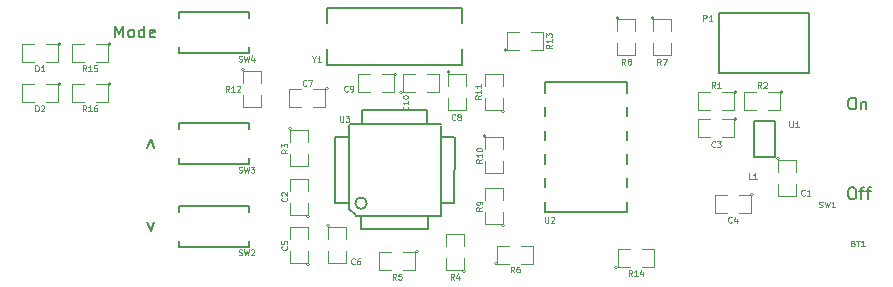
<source format=gto>
G04 (created by PCBNEW (2013-07-07 BZR 4022)-stable) date 2014-02-07 12:39:16 PM*
%MOIN*%
G04 Gerber Fmt 3.4, Leading zero omitted, Abs format*
%FSLAX34Y34*%
G01*
G70*
G90*
G04 APERTURE LIST*
%ADD10C,0.00590551*%
%ADD11C,0.00492126*%
%ADD12C,0.006*%
%ADD13C,0.0039*%
%ADD14C,0.008*%
%ADD15C,0.005*%
%ADD16C,0.0043*%
G04 APERTURE END LIST*
G54D10*
G54D11*
X57916Y-29307D02*
X57944Y-29316D01*
X57953Y-29326D01*
X57963Y-29344D01*
X57963Y-29372D01*
X57953Y-29391D01*
X57944Y-29401D01*
X57925Y-29410D01*
X57850Y-29410D01*
X57850Y-29213D01*
X57916Y-29213D01*
X57934Y-29222D01*
X57944Y-29232D01*
X57953Y-29251D01*
X57953Y-29269D01*
X57944Y-29288D01*
X57934Y-29297D01*
X57916Y-29307D01*
X57850Y-29307D01*
X58019Y-29213D02*
X58131Y-29213D01*
X58075Y-29410D02*
X58075Y-29213D01*
X58300Y-29410D02*
X58188Y-29410D01*
X58244Y-29410D02*
X58244Y-29213D01*
X58225Y-29241D01*
X58206Y-29260D01*
X58188Y-29269D01*
G54D10*
X57847Y-27442D02*
X57922Y-27442D01*
X57960Y-27461D01*
X57997Y-27499D01*
X58016Y-27574D01*
X58016Y-27705D01*
X57997Y-27780D01*
X57960Y-27817D01*
X57922Y-27836D01*
X57847Y-27836D01*
X57810Y-27817D01*
X57772Y-27780D01*
X57754Y-27705D01*
X57754Y-27574D01*
X57772Y-27499D01*
X57810Y-27461D01*
X57847Y-27442D01*
X58128Y-27574D02*
X58278Y-27574D01*
X58185Y-27836D02*
X58185Y-27499D01*
X58203Y-27461D01*
X58241Y-27442D01*
X58278Y-27442D01*
X58353Y-27574D02*
X58503Y-27574D01*
X58410Y-27836D02*
X58410Y-27499D01*
X58428Y-27461D01*
X58466Y-27442D01*
X58503Y-27442D01*
X57855Y-24450D02*
X57930Y-24450D01*
X57967Y-24469D01*
X58005Y-24506D01*
X58023Y-24581D01*
X58023Y-24713D01*
X58005Y-24788D01*
X57967Y-24825D01*
X57930Y-24844D01*
X57855Y-24844D01*
X57817Y-24825D01*
X57780Y-24788D01*
X57761Y-24713D01*
X57761Y-24581D01*
X57780Y-24506D01*
X57817Y-24469D01*
X57855Y-24450D01*
X58192Y-24581D02*
X58192Y-24844D01*
X58192Y-24619D02*
X58211Y-24600D01*
X58248Y-24581D01*
X58305Y-24581D01*
X58342Y-24600D01*
X58361Y-24638D01*
X58361Y-24844D01*
G54D12*
X43727Y-24870D02*
X43727Y-25320D01*
X41547Y-24870D02*
X41547Y-25310D01*
X43727Y-24870D02*
X41547Y-24870D01*
X44197Y-25750D02*
X44627Y-25750D01*
X44207Y-27960D02*
X44627Y-27960D01*
X44627Y-27970D02*
X44637Y-25750D01*
X40657Y-27950D02*
X40647Y-25780D01*
X41347Y-28380D02*
X44177Y-28380D01*
X40657Y-25770D02*
X41067Y-25770D01*
X41107Y-28130D02*
X41107Y-25350D01*
X44187Y-25330D02*
X41147Y-25330D01*
X44187Y-28380D02*
X44187Y-25380D01*
X41517Y-28830D02*
X43737Y-28830D01*
X43737Y-28830D02*
X43737Y-28380D01*
X41337Y-28376D02*
X41107Y-28146D01*
X41517Y-28828D02*
X41517Y-28376D01*
X41107Y-27950D02*
X40655Y-27950D01*
X41700Y-27968D02*
G75*
G03X41700Y-27968I-188J0D01*
G74*
G01*
G54D13*
X39798Y-28405D02*
G75*
G03X39798Y-28405I-50J0D01*
G74*
G01*
X39748Y-27955D02*
X39748Y-28355D01*
X39748Y-28355D02*
X39148Y-28355D01*
X39148Y-28355D02*
X39148Y-27955D01*
X39148Y-27555D02*
X39148Y-27155D01*
X39148Y-27155D02*
X39748Y-27155D01*
X39748Y-27155D02*
X39748Y-27555D01*
X33180Y-23995D02*
G75*
G03X33180Y-23995I-50J0D01*
G74*
G01*
X32680Y-23995D02*
X33080Y-23995D01*
X33080Y-23995D02*
X33080Y-24595D01*
X33080Y-24595D02*
X32680Y-24595D01*
X32280Y-24595D02*
X31880Y-24595D01*
X31880Y-24595D02*
X31880Y-23995D01*
X31880Y-23995D02*
X32280Y-23995D01*
X31507Y-22656D02*
G75*
G03X31507Y-22656I-50J0D01*
G74*
G01*
X31007Y-22656D02*
X31407Y-22656D01*
X31407Y-22656D02*
X31407Y-23256D01*
X31407Y-23256D02*
X31007Y-23256D01*
X30607Y-23256D02*
X30207Y-23256D01*
X30207Y-23256D02*
X30207Y-22656D01*
X30207Y-22656D02*
X30607Y-22656D01*
X31507Y-23995D02*
G75*
G03X31507Y-23995I-50J0D01*
G74*
G01*
X31007Y-23995D02*
X31407Y-23995D01*
X31407Y-23995D02*
X31407Y-24595D01*
X31407Y-24595D02*
X31007Y-24595D01*
X30607Y-24595D02*
X30207Y-24595D01*
X30207Y-24595D02*
X30207Y-23995D01*
X30207Y-23995D02*
X30607Y-23995D01*
X44995Y-30256D02*
G75*
G03X44995Y-30256I-50J0D01*
G74*
G01*
X44945Y-29806D02*
X44945Y-30206D01*
X44945Y-30206D02*
X44345Y-30206D01*
X44345Y-30206D02*
X44345Y-29806D01*
X44345Y-29406D02*
X44345Y-29006D01*
X44345Y-29006D02*
X44945Y-29006D01*
X44945Y-29006D02*
X44945Y-29406D01*
X54046Y-24266D02*
G75*
G03X54046Y-24266I-50J0D01*
G74*
G01*
X53546Y-24266D02*
X53946Y-24266D01*
X53946Y-24266D02*
X53946Y-24866D01*
X53946Y-24866D02*
X53546Y-24866D01*
X53146Y-24866D02*
X52746Y-24866D01*
X52746Y-24866D02*
X52746Y-24266D01*
X52746Y-24266D02*
X53146Y-24266D01*
X55581Y-24266D02*
G75*
G03X55581Y-24266I-50J0D01*
G74*
G01*
X55081Y-24266D02*
X55481Y-24266D01*
X55481Y-24266D02*
X55481Y-24866D01*
X55481Y-24866D02*
X55081Y-24866D01*
X54681Y-24866D02*
X54281Y-24866D01*
X54281Y-24866D02*
X54281Y-24266D01*
X54281Y-24266D02*
X54681Y-24266D01*
X54046Y-25172D02*
G75*
G03X54046Y-25172I-50J0D01*
G74*
G01*
X53546Y-25172D02*
X53946Y-25172D01*
X53946Y-25172D02*
X53946Y-25772D01*
X53946Y-25772D02*
X53546Y-25772D01*
X53146Y-25772D02*
X52746Y-25772D01*
X52746Y-25772D02*
X52746Y-25172D01*
X52746Y-25172D02*
X53146Y-25172D01*
X54597Y-27692D02*
G75*
G03X54597Y-27692I-50J0D01*
G74*
G01*
X54097Y-27692D02*
X54497Y-27692D01*
X54497Y-27692D02*
X54497Y-28292D01*
X54497Y-28292D02*
X54097Y-28292D01*
X53697Y-28292D02*
X53297Y-28292D01*
X53297Y-28292D02*
X53297Y-27692D01*
X53297Y-27692D02*
X53697Y-27692D01*
X50069Y-30103D02*
G75*
G03X50069Y-30103I-50J0D01*
G74*
G01*
X50469Y-30103D02*
X50069Y-30103D01*
X50069Y-30103D02*
X50069Y-29503D01*
X50069Y-29503D02*
X50469Y-29503D01*
X50869Y-29503D02*
X51269Y-29503D01*
X51269Y-29503D02*
X51269Y-30103D01*
X51269Y-30103D02*
X50869Y-30103D01*
X39798Y-30020D02*
G75*
G03X39798Y-30020I-50J0D01*
G74*
G01*
X39748Y-29570D02*
X39748Y-29970D01*
X39748Y-29970D02*
X39148Y-29970D01*
X39148Y-29970D02*
X39148Y-29570D01*
X39148Y-29170D02*
X39148Y-28770D01*
X39148Y-28770D02*
X39748Y-28770D01*
X39748Y-28770D02*
X39748Y-29170D01*
X39198Y-25491D02*
G75*
G03X39198Y-25491I-50J0D01*
G74*
G01*
X39148Y-25941D02*
X39148Y-25541D01*
X39148Y-25541D02*
X39748Y-25541D01*
X39748Y-25541D02*
X39748Y-25941D01*
X39748Y-26341D02*
X39748Y-26741D01*
X39748Y-26741D02*
X39148Y-26741D01*
X39148Y-26741D02*
X39148Y-26341D01*
X43416Y-29581D02*
G75*
G03X43416Y-29581I-50J0D01*
G74*
G01*
X42916Y-29581D02*
X43316Y-29581D01*
X43316Y-29581D02*
X43316Y-30181D01*
X43316Y-30181D02*
X42916Y-30181D01*
X42516Y-30181D02*
X42116Y-30181D01*
X42116Y-30181D02*
X42116Y-29581D01*
X42116Y-29581D02*
X42516Y-29581D01*
X40424Y-24148D02*
G75*
G03X40424Y-24148I-50J0D01*
G74*
G01*
X39924Y-24148D02*
X40324Y-24148D01*
X40324Y-24148D02*
X40324Y-24748D01*
X40324Y-24748D02*
X39924Y-24748D01*
X39524Y-24748D02*
X39124Y-24748D01*
X39124Y-24748D02*
X39124Y-24148D01*
X39124Y-24148D02*
X39524Y-24148D01*
X37624Y-23523D02*
G75*
G03X37624Y-23523I-50J0D01*
G74*
G01*
X37574Y-23973D02*
X37574Y-23573D01*
X37574Y-23573D02*
X38174Y-23573D01*
X38174Y-23573D02*
X38174Y-23973D01*
X38174Y-24373D02*
X38174Y-24773D01*
X38174Y-24773D02*
X37574Y-24773D01*
X37574Y-24773D02*
X37574Y-24373D01*
X33180Y-22656D02*
G75*
G03X33180Y-22656I-50J0D01*
G74*
G01*
X32680Y-22656D02*
X33080Y-22656D01*
X33080Y-22656D02*
X33080Y-23256D01*
X33080Y-23256D02*
X32680Y-23256D01*
X32280Y-23256D02*
X31880Y-23256D01*
X31880Y-23256D02*
X31880Y-22656D01*
X31880Y-22656D02*
X32280Y-22656D01*
X42707Y-23676D02*
G75*
G03X42707Y-23676I-50J0D01*
G74*
G01*
X42207Y-23676D02*
X42607Y-23676D01*
X42607Y-23676D02*
X42607Y-24276D01*
X42607Y-24276D02*
X42207Y-24276D01*
X41807Y-24276D02*
X41407Y-24276D01*
X41407Y-24276D02*
X41407Y-23676D01*
X41407Y-23676D02*
X41807Y-23676D01*
X42903Y-24276D02*
G75*
G03X42903Y-24276I-50J0D01*
G74*
G01*
X43303Y-24276D02*
X42903Y-24276D01*
X42903Y-24276D02*
X42903Y-23676D01*
X42903Y-23676D02*
X43303Y-23676D01*
X43703Y-23676D02*
X44103Y-23676D01*
X44103Y-23676D02*
X44103Y-24276D01*
X44103Y-24276D02*
X43703Y-24276D01*
X55458Y-26475D02*
G75*
G03X55458Y-26475I-50J0D01*
G74*
G01*
X55408Y-26925D02*
X55408Y-26525D01*
X55408Y-26525D02*
X56008Y-26525D01*
X56008Y-26525D02*
X56008Y-26925D01*
X56008Y-27325D02*
X56008Y-27725D01*
X56008Y-27725D02*
X55408Y-27725D01*
X55408Y-27725D02*
X55408Y-27325D01*
X44474Y-23601D02*
G75*
G03X44474Y-23601I-50J0D01*
G74*
G01*
X44424Y-24051D02*
X44424Y-23651D01*
X44424Y-23651D02*
X45024Y-23651D01*
X45024Y-23651D02*
X45024Y-24051D01*
X45024Y-24451D02*
X45024Y-24851D01*
X45024Y-24851D02*
X44424Y-24851D01*
X44424Y-24851D02*
X44424Y-24451D01*
X46053Y-29985D02*
G75*
G03X46053Y-29985I-50J0D01*
G74*
G01*
X46453Y-29985D02*
X46053Y-29985D01*
X46053Y-29985D02*
X46053Y-29385D01*
X46053Y-29385D02*
X46453Y-29385D01*
X46853Y-29385D02*
X47253Y-29385D01*
X47253Y-29385D02*
X47253Y-29985D01*
X47253Y-29985D02*
X46853Y-29985D01*
X51285Y-21790D02*
G75*
G03X51285Y-21790I-50J0D01*
G74*
G01*
X51235Y-22240D02*
X51235Y-21840D01*
X51235Y-21840D02*
X51835Y-21840D01*
X51835Y-21840D02*
X51835Y-22240D01*
X51835Y-22640D02*
X51835Y-23040D01*
X51835Y-23040D02*
X51235Y-23040D01*
X51235Y-23040D02*
X51235Y-22640D01*
X50104Y-21790D02*
G75*
G03X50104Y-21790I-50J0D01*
G74*
G01*
X50054Y-22240D02*
X50054Y-21840D01*
X50054Y-21840D02*
X50654Y-21840D01*
X50654Y-21840D02*
X50654Y-22240D01*
X50654Y-22640D02*
X50654Y-23040D01*
X50654Y-23040D02*
X50054Y-23040D01*
X50054Y-23040D02*
X50054Y-22640D01*
X46294Y-28720D02*
G75*
G03X46294Y-28720I-50J0D01*
G74*
G01*
X46244Y-28270D02*
X46244Y-28670D01*
X46244Y-28670D02*
X45644Y-28670D01*
X45644Y-28670D02*
X45644Y-28270D01*
X45644Y-27870D02*
X45644Y-27470D01*
X45644Y-27470D02*
X46244Y-27470D01*
X46244Y-27470D02*
X46244Y-27870D01*
X45694Y-25727D02*
G75*
G03X45694Y-25727I-50J0D01*
G74*
G01*
X45644Y-26177D02*
X45644Y-25777D01*
X45644Y-25777D02*
X46244Y-25777D01*
X46244Y-25777D02*
X46244Y-26177D01*
X46244Y-26577D02*
X46244Y-26977D01*
X46244Y-26977D02*
X45644Y-26977D01*
X45644Y-26977D02*
X45644Y-26577D01*
X46294Y-24901D02*
G75*
G03X46294Y-24901I-50J0D01*
G74*
G01*
X46244Y-24451D02*
X46244Y-24851D01*
X46244Y-24851D02*
X45644Y-24851D01*
X45644Y-24851D02*
X45644Y-24451D01*
X45644Y-24051D02*
X45644Y-23651D01*
X45644Y-23651D02*
X46244Y-23651D01*
X46244Y-23651D02*
X46244Y-24051D01*
X46368Y-22859D02*
G75*
G03X46368Y-22859I-50J0D01*
G74*
G01*
X46768Y-22859D02*
X46368Y-22859D01*
X46368Y-22859D02*
X46368Y-22259D01*
X46368Y-22259D02*
X46768Y-22259D01*
X47168Y-22259D02*
X47568Y-22259D01*
X47568Y-22259D02*
X47568Y-22859D01*
X47568Y-22859D02*
X47168Y-22859D01*
X40458Y-28720D02*
G75*
G03X40458Y-28720I-50J0D01*
G74*
G01*
X40408Y-29170D02*
X40408Y-28770D01*
X40408Y-28770D02*
X41008Y-28770D01*
X41008Y-28770D02*
X41008Y-29170D01*
X41008Y-29570D02*
X41008Y-29970D01*
X41008Y-29970D02*
X40408Y-29970D01*
X40408Y-29970D02*
X40408Y-29570D01*
G54D14*
X56460Y-23637D02*
X53460Y-23637D01*
X53460Y-21637D02*
X56460Y-21637D01*
X56460Y-21637D02*
X56460Y-23637D01*
X53460Y-23637D02*
X53460Y-21637D01*
G54D10*
X50393Y-24291D02*
X50393Y-23937D01*
X50393Y-25078D02*
X50393Y-24763D01*
X50393Y-25866D02*
X50393Y-25551D01*
X50393Y-26653D02*
X50393Y-26338D01*
X47637Y-24291D02*
X47637Y-23937D01*
X47637Y-25078D02*
X47637Y-24763D01*
X47637Y-25866D02*
X47637Y-25551D01*
X47637Y-26653D02*
X47637Y-26338D01*
X50393Y-27440D02*
X50393Y-27125D01*
X50393Y-28267D02*
X50393Y-27913D01*
X47637Y-27440D02*
X47637Y-27125D01*
X47637Y-28267D02*
X47637Y-27913D01*
X47637Y-28267D02*
X50393Y-28267D01*
X50393Y-23937D02*
X47637Y-23937D01*
X44881Y-21456D02*
X44881Y-21968D01*
X44881Y-21456D02*
X40393Y-21456D01*
X40393Y-21456D02*
X40393Y-21968D01*
X44881Y-23346D02*
X40393Y-23346D01*
X40393Y-23346D02*
X40393Y-22834D01*
X44881Y-23346D02*
X44881Y-22834D01*
G54D15*
X54606Y-25230D02*
X55306Y-25230D01*
X55306Y-25230D02*
X55306Y-26430D01*
X55306Y-26430D02*
X54606Y-26430D01*
X54606Y-26430D02*
X54606Y-25230D01*
G54D10*
X35433Y-22972D02*
X37795Y-22972D01*
X37795Y-22972D02*
X37795Y-22775D01*
X35433Y-22775D02*
X35433Y-22972D01*
X35433Y-21594D02*
X35433Y-21791D01*
X35433Y-21594D02*
X37795Y-21594D01*
X37795Y-21594D02*
X37795Y-21791D01*
X35433Y-26673D02*
X37795Y-26673D01*
X37795Y-26673D02*
X37795Y-26476D01*
X35433Y-26476D02*
X35433Y-26673D01*
X35433Y-25295D02*
X35433Y-25492D01*
X35433Y-25295D02*
X37795Y-25295D01*
X37795Y-25295D02*
X37795Y-25492D01*
X35433Y-29429D02*
X37795Y-29429D01*
X37795Y-29429D02*
X37795Y-29232D01*
X35433Y-29232D02*
X35433Y-29429D01*
X35433Y-28051D02*
X35433Y-28248D01*
X35433Y-28051D02*
X37795Y-28051D01*
X37795Y-28051D02*
X37795Y-28248D01*
G54D11*
X40814Y-25059D02*
X40814Y-25219D01*
X40823Y-25238D01*
X40833Y-25247D01*
X40852Y-25256D01*
X40889Y-25256D01*
X40908Y-25247D01*
X40917Y-25238D01*
X40927Y-25219D01*
X40927Y-25059D01*
X41002Y-25059D02*
X41123Y-25059D01*
X41058Y-25134D01*
X41086Y-25134D01*
X41105Y-25144D01*
X41114Y-25153D01*
X41123Y-25172D01*
X41123Y-25219D01*
X41114Y-25238D01*
X41105Y-25247D01*
X41086Y-25256D01*
X41030Y-25256D01*
X41011Y-25247D01*
X41002Y-25238D01*
X54534Y-27166D02*
X54440Y-27166D01*
X54440Y-26969D01*
X54702Y-27166D02*
X54590Y-27166D01*
X54646Y-27166D02*
X54646Y-26969D01*
X54627Y-26997D01*
X54609Y-27016D01*
X54590Y-27025D01*
G54D16*
X39037Y-27788D02*
X39046Y-27798D01*
X39056Y-27826D01*
X39056Y-27845D01*
X39046Y-27873D01*
X39027Y-27891D01*
X39009Y-27901D01*
X38971Y-27910D01*
X38943Y-27910D01*
X38906Y-27901D01*
X38887Y-27891D01*
X38868Y-27873D01*
X38859Y-27845D01*
X38859Y-27826D01*
X38868Y-27798D01*
X38877Y-27788D01*
X38877Y-27713D02*
X38868Y-27704D01*
X38859Y-27685D01*
X38859Y-27638D01*
X38868Y-27619D01*
X38877Y-27610D01*
X38896Y-27601D01*
X38915Y-27601D01*
X38943Y-27610D01*
X39056Y-27723D01*
X39056Y-27601D01*
X32353Y-24906D02*
X32288Y-24812D01*
X32241Y-24906D02*
X32241Y-24709D01*
X32316Y-24709D01*
X32334Y-24718D01*
X32344Y-24728D01*
X32353Y-24747D01*
X32353Y-24775D01*
X32344Y-24793D01*
X32334Y-24803D01*
X32316Y-24812D01*
X32241Y-24812D01*
X32541Y-24906D02*
X32428Y-24906D01*
X32485Y-24906D02*
X32485Y-24709D01*
X32466Y-24737D01*
X32447Y-24756D01*
X32428Y-24765D01*
X32710Y-24709D02*
X32672Y-24709D01*
X32653Y-24718D01*
X32644Y-24728D01*
X32625Y-24756D01*
X32616Y-24793D01*
X32616Y-24868D01*
X32625Y-24887D01*
X32635Y-24897D01*
X32653Y-24906D01*
X32691Y-24906D01*
X32710Y-24897D01*
X32719Y-24887D01*
X32728Y-24868D01*
X32728Y-24822D01*
X32719Y-24803D01*
X32710Y-24793D01*
X32691Y-24784D01*
X32653Y-24784D01*
X32635Y-24793D01*
X32625Y-24803D01*
X32616Y-24822D01*
X30661Y-23567D02*
X30661Y-23370D01*
X30708Y-23370D01*
X30736Y-23380D01*
X30755Y-23399D01*
X30764Y-23417D01*
X30774Y-23455D01*
X30774Y-23483D01*
X30764Y-23521D01*
X30755Y-23539D01*
X30736Y-23558D01*
X30708Y-23567D01*
X30661Y-23567D01*
X30961Y-23567D02*
X30849Y-23567D01*
X30905Y-23567D02*
X30905Y-23370D01*
X30886Y-23399D01*
X30868Y-23417D01*
X30849Y-23427D01*
X30661Y-24906D02*
X30661Y-24709D01*
X30708Y-24709D01*
X30736Y-24718D01*
X30755Y-24737D01*
X30764Y-24756D01*
X30774Y-24793D01*
X30774Y-24822D01*
X30764Y-24859D01*
X30755Y-24878D01*
X30736Y-24897D01*
X30708Y-24906D01*
X30661Y-24906D01*
X30849Y-24728D02*
X30858Y-24718D01*
X30877Y-24709D01*
X30924Y-24709D01*
X30943Y-24718D01*
X30952Y-24728D01*
X30961Y-24747D01*
X30961Y-24765D01*
X30952Y-24793D01*
X30839Y-24906D01*
X30961Y-24906D01*
X44612Y-30512D02*
X44547Y-30418D01*
X44500Y-30512D02*
X44500Y-30315D01*
X44575Y-30315D01*
X44594Y-30325D01*
X44603Y-30334D01*
X44612Y-30353D01*
X44612Y-30381D01*
X44603Y-30400D01*
X44594Y-30409D01*
X44575Y-30418D01*
X44500Y-30418D01*
X44781Y-30381D02*
X44781Y-30512D01*
X44734Y-30306D02*
X44687Y-30447D01*
X44809Y-30447D01*
X53317Y-24130D02*
X53251Y-24037D01*
X53204Y-24130D02*
X53204Y-23933D01*
X53280Y-23933D01*
X53298Y-23943D01*
X53308Y-23952D01*
X53317Y-23971D01*
X53317Y-23999D01*
X53308Y-24018D01*
X53298Y-24027D01*
X53280Y-24037D01*
X53204Y-24037D01*
X53505Y-24130D02*
X53392Y-24130D01*
X53448Y-24130D02*
X53448Y-23933D01*
X53430Y-23962D01*
X53411Y-23980D01*
X53392Y-23990D01*
X54852Y-24130D02*
X54787Y-24037D01*
X54740Y-24130D02*
X54740Y-23933D01*
X54815Y-23933D01*
X54834Y-23943D01*
X54843Y-23952D01*
X54852Y-23971D01*
X54852Y-23999D01*
X54843Y-24018D01*
X54834Y-24027D01*
X54815Y-24037D01*
X54740Y-24037D01*
X54928Y-23952D02*
X54937Y-23943D01*
X54956Y-23933D01*
X55003Y-23933D01*
X55021Y-23943D01*
X55031Y-23952D01*
X55040Y-23971D01*
X55040Y-23990D01*
X55031Y-24018D01*
X54918Y-24130D01*
X55040Y-24130D01*
X53317Y-26080D02*
X53308Y-26090D01*
X53280Y-26099D01*
X53261Y-26099D01*
X53233Y-26090D01*
X53214Y-26071D01*
X53204Y-26052D01*
X53195Y-26014D01*
X53195Y-25986D01*
X53204Y-25949D01*
X53214Y-25930D01*
X53233Y-25911D01*
X53261Y-25902D01*
X53280Y-25902D01*
X53308Y-25911D01*
X53317Y-25921D01*
X53383Y-25902D02*
X53505Y-25902D01*
X53439Y-25977D01*
X53467Y-25977D01*
X53486Y-25986D01*
X53495Y-25996D01*
X53505Y-26014D01*
X53505Y-26061D01*
X53495Y-26080D01*
X53486Y-26090D01*
X53467Y-26099D01*
X53411Y-26099D01*
X53392Y-26090D01*
X53383Y-26080D01*
X53868Y-28600D02*
X53859Y-28609D01*
X53831Y-28619D01*
X53812Y-28619D01*
X53784Y-28609D01*
X53765Y-28590D01*
X53756Y-28572D01*
X53746Y-28534D01*
X53746Y-28506D01*
X53756Y-28469D01*
X53765Y-28450D01*
X53784Y-28431D01*
X53812Y-28422D01*
X53831Y-28422D01*
X53859Y-28431D01*
X53868Y-28440D01*
X54037Y-28487D02*
X54037Y-28619D01*
X53990Y-28412D02*
X53943Y-28553D01*
X54065Y-28553D01*
X50542Y-30394D02*
X50476Y-30300D01*
X50430Y-30394D02*
X50430Y-30197D01*
X50505Y-30197D01*
X50523Y-30207D01*
X50533Y-30216D01*
X50542Y-30235D01*
X50542Y-30263D01*
X50533Y-30282D01*
X50523Y-30291D01*
X50505Y-30300D01*
X50430Y-30300D01*
X50730Y-30394D02*
X50617Y-30394D01*
X50673Y-30394D02*
X50673Y-30197D01*
X50655Y-30225D01*
X50636Y-30244D01*
X50617Y-30253D01*
X50899Y-30263D02*
X50899Y-30394D01*
X50852Y-30188D02*
X50805Y-30329D01*
X50927Y-30329D01*
X39037Y-29402D02*
X39046Y-29412D01*
X39056Y-29440D01*
X39056Y-29459D01*
X39046Y-29487D01*
X39027Y-29506D01*
X39009Y-29515D01*
X38971Y-29524D01*
X38943Y-29524D01*
X38906Y-29515D01*
X38887Y-29506D01*
X38868Y-29487D01*
X38859Y-29459D01*
X38859Y-29440D01*
X38868Y-29412D01*
X38877Y-29402D01*
X38859Y-29224D02*
X38859Y-29318D01*
X38952Y-29327D01*
X38943Y-29318D01*
X38934Y-29299D01*
X38934Y-29252D01*
X38943Y-29234D01*
X38952Y-29224D01*
X38971Y-29215D01*
X39018Y-29215D01*
X39037Y-29224D01*
X39046Y-29234D01*
X39056Y-29252D01*
X39056Y-29299D01*
X39046Y-29318D01*
X39037Y-29327D01*
X39056Y-26174D02*
X38962Y-26240D01*
X39056Y-26287D02*
X38859Y-26287D01*
X38859Y-26212D01*
X38868Y-26193D01*
X38877Y-26183D01*
X38896Y-26174D01*
X38924Y-26174D01*
X38943Y-26183D01*
X38952Y-26193D01*
X38962Y-26212D01*
X38962Y-26287D01*
X38859Y-26108D02*
X38859Y-25986D01*
X38934Y-26052D01*
X38934Y-26024D01*
X38943Y-26005D01*
X38952Y-25996D01*
X38971Y-25986D01*
X39018Y-25986D01*
X39037Y-25996D01*
X39046Y-26005D01*
X39056Y-26024D01*
X39056Y-26080D01*
X39046Y-26099D01*
X39037Y-26108D01*
X42683Y-30512D02*
X42618Y-30418D01*
X42571Y-30512D02*
X42571Y-30315D01*
X42646Y-30315D01*
X42664Y-30325D01*
X42674Y-30334D01*
X42683Y-30353D01*
X42683Y-30381D01*
X42674Y-30400D01*
X42664Y-30409D01*
X42646Y-30418D01*
X42571Y-30418D01*
X42861Y-30315D02*
X42768Y-30315D01*
X42758Y-30409D01*
X42768Y-30400D01*
X42786Y-30390D01*
X42833Y-30390D01*
X42852Y-30400D01*
X42861Y-30409D01*
X42871Y-30428D01*
X42871Y-30475D01*
X42861Y-30494D01*
X42852Y-30503D01*
X42833Y-30512D01*
X42786Y-30512D01*
X42768Y-30503D01*
X42758Y-30494D01*
X39691Y-24037D02*
X39682Y-24046D01*
X39654Y-24056D01*
X39635Y-24056D01*
X39607Y-24046D01*
X39588Y-24027D01*
X39579Y-24009D01*
X39569Y-23971D01*
X39569Y-23943D01*
X39579Y-23906D01*
X39588Y-23887D01*
X39607Y-23868D01*
X39635Y-23859D01*
X39654Y-23859D01*
X39682Y-23868D01*
X39691Y-23877D01*
X39757Y-23859D02*
X39888Y-23859D01*
X39804Y-24056D01*
X37117Y-24252D02*
X37051Y-24159D01*
X37004Y-24252D02*
X37004Y-24055D01*
X37079Y-24055D01*
X37098Y-24065D01*
X37108Y-24074D01*
X37117Y-24093D01*
X37117Y-24121D01*
X37108Y-24140D01*
X37098Y-24149D01*
X37079Y-24159D01*
X37004Y-24159D01*
X37305Y-24252D02*
X37192Y-24252D01*
X37248Y-24252D02*
X37248Y-24055D01*
X37230Y-24084D01*
X37211Y-24102D01*
X37192Y-24112D01*
X37380Y-24074D02*
X37389Y-24065D01*
X37408Y-24055D01*
X37455Y-24055D01*
X37473Y-24065D01*
X37483Y-24074D01*
X37492Y-24093D01*
X37492Y-24112D01*
X37483Y-24140D01*
X37370Y-24252D01*
X37492Y-24252D01*
X32353Y-23567D02*
X32288Y-23474D01*
X32241Y-23567D02*
X32241Y-23370D01*
X32316Y-23370D01*
X32334Y-23380D01*
X32344Y-23389D01*
X32353Y-23408D01*
X32353Y-23436D01*
X32344Y-23455D01*
X32334Y-23464D01*
X32316Y-23474D01*
X32241Y-23474D01*
X32541Y-23567D02*
X32428Y-23567D01*
X32485Y-23567D02*
X32485Y-23370D01*
X32466Y-23399D01*
X32447Y-23417D01*
X32428Y-23427D01*
X32719Y-23370D02*
X32625Y-23370D01*
X32616Y-23464D01*
X32625Y-23455D01*
X32644Y-23445D01*
X32691Y-23445D01*
X32710Y-23455D01*
X32719Y-23464D01*
X32728Y-23483D01*
X32728Y-23530D01*
X32719Y-23549D01*
X32710Y-23558D01*
X32691Y-23567D01*
X32644Y-23567D01*
X32625Y-23558D01*
X32616Y-23549D01*
X41069Y-24234D02*
X41060Y-24243D01*
X41032Y-24252D01*
X41013Y-24252D01*
X40985Y-24243D01*
X40966Y-24224D01*
X40956Y-24206D01*
X40947Y-24168D01*
X40947Y-24140D01*
X40956Y-24102D01*
X40966Y-24084D01*
X40985Y-24065D01*
X41013Y-24055D01*
X41032Y-24055D01*
X41060Y-24065D01*
X41069Y-24074D01*
X41163Y-24252D02*
X41200Y-24252D01*
X41219Y-24243D01*
X41229Y-24234D01*
X41247Y-24206D01*
X41257Y-24168D01*
X41257Y-24093D01*
X41247Y-24074D01*
X41238Y-24065D01*
X41219Y-24055D01*
X41182Y-24055D01*
X41163Y-24065D01*
X41153Y-24074D01*
X41144Y-24093D01*
X41144Y-24140D01*
X41153Y-24159D01*
X41163Y-24168D01*
X41182Y-24177D01*
X41219Y-24177D01*
X41238Y-24168D01*
X41247Y-24159D01*
X41257Y-24140D01*
X43076Y-24748D02*
X43086Y-24758D01*
X43095Y-24786D01*
X43095Y-24804D01*
X43086Y-24833D01*
X43067Y-24851D01*
X43048Y-24861D01*
X43011Y-24870D01*
X42982Y-24870D01*
X42945Y-24861D01*
X42926Y-24851D01*
X42907Y-24833D01*
X42898Y-24804D01*
X42898Y-24786D01*
X42907Y-24758D01*
X42917Y-24748D01*
X43095Y-24561D02*
X43095Y-24673D01*
X43095Y-24617D02*
X42898Y-24617D01*
X42926Y-24636D01*
X42945Y-24654D01*
X42954Y-24673D01*
X42898Y-24439D02*
X42898Y-24420D01*
X42907Y-24401D01*
X42917Y-24392D01*
X42936Y-24382D01*
X42973Y-24373D01*
X43020Y-24373D01*
X43057Y-24382D01*
X43076Y-24392D01*
X43086Y-24401D01*
X43095Y-24420D01*
X43095Y-24439D01*
X43086Y-24457D01*
X43076Y-24467D01*
X43057Y-24476D01*
X43020Y-24486D01*
X42973Y-24486D01*
X42936Y-24476D01*
X42917Y-24467D01*
X42907Y-24457D01*
X42898Y-24439D01*
G54D11*
X56305Y-27698D02*
X56296Y-27708D01*
X56268Y-27717D01*
X56249Y-27717D01*
X56221Y-27708D01*
X56202Y-27689D01*
X56193Y-27670D01*
X56183Y-27633D01*
X56183Y-27604D01*
X56193Y-27567D01*
X56202Y-27548D01*
X56221Y-27529D01*
X56249Y-27520D01*
X56268Y-27520D01*
X56296Y-27529D01*
X56305Y-27539D01*
X56493Y-27717D02*
X56380Y-27717D01*
X56437Y-27717D02*
X56437Y-27520D01*
X56418Y-27548D01*
X56399Y-27567D01*
X56380Y-27576D01*
G54D16*
X44652Y-25179D02*
X44642Y-25188D01*
X44614Y-25197D01*
X44595Y-25197D01*
X44567Y-25188D01*
X44549Y-25169D01*
X44539Y-25150D01*
X44530Y-25113D01*
X44530Y-25085D01*
X44539Y-25047D01*
X44549Y-25028D01*
X44567Y-25010D01*
X44595Y-25000D01*
X44614Y-25000D01*
X44642Y-25010D01*
X44652Y-25019D01*
X44764Y-25085D02*
X44746Y-25075D01*
X44736Y-25066D01*
X44727Y-25047D01*
X44727Y-25038D01*
X44736Y-25019D01*
X44746Y-25010D01*
X44764Y-25000D01*
X44802Y-25000D01*
X44821Y-25010D01*
X44830Y-25019D01*
X44839Y-25038D01*
X44839Y-25047D01*
X44830Y-25066D01*
X44821Y-25075D01*
X44802Y-25085D01*
X44764Y-25085D01*
X44746Y-25094D01*
X44736Y-25104D01*
X44727Y-25122D01*
X44727Y-25160D01*
X44736Y-25179D01*
X44746Y-25188D01*
X44764Y-25197D01*
X44802Y-25197D01*
X44821Y-25188D01*
X44830Y-25179D01*
X44839Y-25160D01*
X44839Y-25122D01*
X44830Y-25104D01*
X44821Y-25094D01*
X44802Y-25085D01*
X46620Y-30276D02*
X46555Y-30182D01*
X46508Y-30276D02*
X46508Y-30079D01*
X46583Y-30079D01*
X46601Y-30088D01*
X46611Y-30098D01*
X46620Y-30117D01*
X46620Y-30145D01*
X46611Y-30164D01*
X46601Y-30173D01*
X46583Y-30182D01*
X46508Y-30182D01*
X46789Y-30079D02*
X46752Y-30079D01*
X46733Y-30088D01*
X46723Y-30098D01*
X46705Y-30126D01*
X46695Y-30164D01*
X46695Y-30239D01*
X46705Y-30257D01*
X46714Y-30267D01*
X46733Y-30276D01*
X46770Y-30276D01*
X46789Y-30267D01*
X46798Y-30257D01*
X46808Y-30239D01*
X46808Y-30192D01*
X46798Y-30173D01*
X46789Y-30164D01*
X46770Y-30154D01*
X46733Y-30154D01*
X46714Y-30164D01*
X46705Y-30173D01*
X46695Y-30192D01*
X51502Y-23347D02*
X51436Y-23253D01*
X51390Y-23347D02*
X51390Y-23150D01*
X51465Y-23150D01*
X51483Y-23159D01*
X51493Y-23169D01*
X51502Y-23187D01*
X51502Y-23216D01*
X51493Y-23234D01*
X51483Y-23244D01*
X51465Y-23253D01*
X51390Y-23253D01*
X51568Y-23150D02*
X51699Y-23150D01*
X51615Y-23347D01*
X50321Y-23347D02*
X50255Y-23253D01*
X50208Y-23347D02*
X50208Y-23150D01*
X50283Y-23150D01*
X50302Y-23159D01*
X50312Y-23169D01*
X50321Y-23187D01*
X50321Y-23216D01*
X50312Y-23234D01*
X50302Y-23244D01*
X50283Y-23253D01*
X50208Y-23253D01*
X50434Y-23234D02*
X50415Y-23225D01*
X50405Y-23216D01*
X50396Y-23197D01*
X50396Y-23187D01*
X50405Y-23169D01*
X50415Y-23159D01*
X50434Y-23150D01*
X50471Y-23150D01*
X50490Y-23159D01*
X50499Y-23169D01*
X50509Y-23187D01*
X50509Y-23197D01*
X50499Y-23216D01*
X50490Y-23225D01*
X50471Y-23234D01*
X50434Y-23234D01*
X50415Y-23244D01*
X50405Y-23253D01*
X50396Y-23272D01*
X50396Y-23309D01*
X50405Y-23328D01*
X50415Y-23338D01*
X50434Y-23347D01*
X50471Y-23347D01*
X50490Y-23338D01*
X50499Y-23328D01*
X50509Y-23309D01*
X50509Y-23272D01*
X50499Y-23253D01*
X50490Y-23244D01*
X50471Y-23234D01*
X45552Y-28103D02*
X45458Y-28169D01*
X45552Y-28216D02*
X45355Y-28216D01*
X45355Y-28141D01*
X45364Y-28122D01*
X45373Y-28113D01*
X45392Y-28103D01*
X45420Y-28103D01*
X45439Y-28113D01*
X45448Y-28122D01*
X45458Y-28141D01*
X45458Y-28216D01*
X45552Y-28009D02*
X45552Y-27972D01*
X45542Y-27953D01*
X45533Y-27944D01*
X45505Y-27925D01*
X45467Y-27916D01*
X45392Y-27916D01*
X45373Y-27925D01*
X45364Y-27934D01*
X45355Y-27953D01*
X45355Y-27991D01*
X45364Y-28009D01*
X45373Y-28019D01*
X45392Y-28028D01*
X45439Y-28028D01*
X45458Y-28019D01*
X45467Y-28009D01*
X45477Y-27991D01*
X45477Y-27953D01*
X45467Y-27934D01*
X45458Y-27925D01*
X45439Y-27916D01*
X45552Y-26504D02*
X45458Y-26570D01*
X45552Y-26617D02*
X45355Y-26617D01*
X45355Y-26542D01*
X45364Y-26523D01*
X45373Y-26513D01*
X45392Y-26504D01*
X45420Y-26504D01*
X45439Y-26513D01*
X45448Y-26523D01*
X45458Y-26542D01*
X45458Y-26617D01*
X45552Y-26316D02*
X45552Y-26429D01*
X45552Y-26373D02*
X45355Y-26373D01*
X45383Y-26392D01*
X45402Y-26410D01*
X45411Y-26429D01*
X45355Y-26195D02*
X45355Y-26176D01*
X45364Y-26157D01*
X45373Y-26148D01*
X45392Y-26138D01*
X45430Y-26129D01*
X45477Y-26129D01*
X45514Y-26138D01*
X45533Y-26148D01*
X45542Y-26157D01*
X45552Y-26176D01*
X45552Y-26195D01*
X45542Y-26213D01*
X45533Y-26223D01*
X45514Y-26232D01*
X45477Y-26241D01*
X45430Y-26241D01*
X45392Y-26232D01*
X45373Y-26223D01*
X45364Y-26213D01*
X45355Y-26195D01*
X45512Y-24378D02*
X45418Y-24444D01*
X45512Y-24491D02*
X45315Y-24491D01*
X45315Y-24416D01*
X45325Y-24397D01*
X45334Y-24387D01*
X45353Y-24378D01*
X45381Y-24378D01*
X45400Y-24387D01*
X45409Y-24397D01*
X45418Y-24416D01*
X45418Y-24491D01*
X45512Y-24190D02*
X45512Y-24303D01*
X45512Y-24247D02*
X45315Y-24247D01*
X45343Y-24266D01*
X45362Y-24284D01*
X45372Y-24303D01*
X45512Y-24003D02*
X45512Y-24115D01*
X45512Y-24059D02*
X45315Y-24059D01*
X45343Y-24078D01*
X45362Y-24097D01*
X45372Y-24115D01*
X47875Y-22685D02*
X47781Y-22751D01*
X47875Y-22798D02*
X47678Y-22798D01*
X47678Y-22723D01*
X47687Y-22704D01*
X47696Y-22695D01*
X47715Y-22685D01*
X47743Y-22685D01*
X47762Y-22695D01*
X47771Y-22704D01*
X47781Y-22723D01*
X47781Y-22798D01*
X47875Y-22498D02*
X47875Y-22610D01*
X47875Y-22554D02*
X47678Y-22554D01*
X47706Y-22573D01*
X47724Y-22591D01*
X47734Y-22610D01*
X47678Y-22432D02*
X47678Y-22310D01*
X47753Y-22376D01*
X47753Y-22347D01*
X47762Y-22329D01*
X47771Y-22319D01*
X47790Y-22310D01*
X47837Y-22310D01*
X47856Y-22319D01*
X47865Y-22329D01*
X47875Y-22347D01*
X47875Y-22404D01*
X47865Y-22423D01*
X47856Y-22432D01*
X41305Y-29982D02*
X41296Y-29991D01*
X41268Y-30000D01*
X41249Y-30000D01*
X41221Y-29991D01*
X41202Y-29972D01*
X41193Y-29954D01*
X41183Y-29916D01*
X41183Y-29888D01*
X41193Y-29850D01*
X41202Y-29832D01*
X41221Y-29813D01*
X41249Y-29803D01*
X41268Y-29803D01*
X41296Y-29813D01*
X41305Y-29822D01*
X41474Y-29803D02*
X41437Y-29803D01*
X41418Y-29813D01*
X41408Y-29822D01*
X41390Y-29850D01*
X41380Y-29888D01*
X41380Y-29963D01*
X41390Y-29982D01*
X41399Y-29991D01*
X41418Y-30000D01*
X41455Y-30000D01*
X41474Y-29991D01*
X41483Y-29982D01*
X41493Y-29963D01*
X41493Y-29916D01*
X41483Y-29897D01*
X41474Y-29888D01*
X41455Y-29879D01*
X41418Y-29879D01*
X41399Y-29888D01*
X41390Y-29897D01*
X41380Y-29916D01*
G54D11*
X52925Y-21890D02*
X52925Y-21693D01*
X53000Y-21693D01*
X53019Y-21703D01*
X53028Y-21712D01*
X53038Y-21731D01*
X53038Y-21759D01*
X53028Y-21778D01*
X53019Y-21787D01*
X53000Y-21796D01*
X52925Y-21796D01*
X53225Y-21890D02*
X53113Y-21890D01*
X53169Y-21890D02*
X53169Y-21693D01*
X53150Y-21721D01*
X53131Y-21740D01*
X53113Y-21750D01*
X47645Y-28426D02*
X47645Y-28585D01*
X47654Y-28604D01*
X47664Y-28613D01*
X47682Y-28622D01*
X47720Y-28622D01*
X47739Y-28613D01*
X47748Y-28604D01*
X47757Y-28585D01*
X47757Y-28426D01*
X47842Y-28444D02*
X47851Y-28435D01*
X47870Y-28426D01*
X47917Y-28426D01*
X47935Y-28435D01*
X47945Y-28444D01*
X47954Y-28463D01*
X47954Y-28482D01*
X47945Y-28510D01*
X47832Y-28622D01*
X47954Y-28622D01*
X56784Y-28101D02*
X56812Y-28111D01*
X56859Y-28111D01*
X56878Y-28101D01*
X56887Y-28092D01*
X56897Y-28073D01*
X56897Y-28054D01*
X56887Y-28036D01*
X56878Y-28026D01*
X56859Y-28017D01*
X56822Y-28008D01*
X56803Y-27998D01*
X56794Y-27989D01*
X56784Y-27970D01*
X56784Y-27951D01*
X56794Y-27933D01*
X56803Y-27923D01*
X56822Y-27914D01*
X56869Y-27914D01*
X56897Y-27923D01*
X56962Y-27914D02*
X57009Y-28111D01*
X57047Y-27970D01*
X57084Y-28111D01*
X57131Y-27914D01*
X57309Y-28111D02*
X57197Y-28111D01*
X57253Y-28111D02*
X57253Y-27914D01*
X57234Y-27942D01*
X57215Y-27961D01*
X57197Y-27970D01*
X39945Y-23174D02*
X39945Y-23268D01*
X39880Y-23071D02*
X39945Y-23174D01*
X40011Y-23071D01*
X40179Y-23268D02*
X40067Y-23268D01*
X40123Y-23268D02*
X40123Y-23071D01*
X40104Y-23099D01*
X40086Y-23118D01*
X40067Y-23128D01*
X55794Y-25237D02*
X55794Y-25396D01*
X55804Y-25415D01*
X55813Y-25424D01*
X55832Y-25434D01*
X55869Y-25434D01*
X55888Y-25424D01*
X55898Y-25415D01*
X55907Y-25396D01*
X55907Y-25237D01*
X56104Y-25434D02*
X55991Y-25434D01*
X56047Y-25434D02*
X56047Y-25237D01*
X56029Y-25265D01*
X56010Y-25284D01*
X55991Y-25293D01*
X37434Y-23239D02*
X37462Y-23248D01*
X37509Y-23248D01*
X37528Y-23239D01*
X37537Y-23230D01*
X37546Y-23211D01*
X37546Y-23192D01*
X37537Y-23173D01*
X37528Y-23164D01*
X37509Y-23155D01*
X37471Y-23145D01*
X37453Y-23136D01*
X37443Y-23127D01*
X37434Y-23108D01*
X37434Y-23089D01*
X37443Y-23070D01*
X37453Y-23061D01*
X37471Y-23052D01*
X37518Y-23052D01*
X37546Y-23061D01*
X37612Y-23052D02*
X37659Y-23248D01*
X37696Y-23108D01*
X37734Y-23248D01*
X37781Y-23052D01*
X37940Y-23117D02*
X37940Y-23248D01*
X37893Y-23042D02*
X37846Y-23183D01*
X37968Y-23183D01*
G54D10*
X33320Y-22442D02*
X33320Y-22049D01*
X33451Y-22330D01*
X33582Y-22049D01*
X33582Y-22442D01*
X33826Y-22442D02*
X33788Y-22424D01*
X33770Y-22405D01*
X33751Y-22367D01*
X33751Y-22255D01*
X33770Y-22217D01*
X33788Y-22199D01*
X33826Y-22180D01*
X33882Y-22180D01*
X33920Y-22199D01*
X33938Y-22217D01*
X33957Y-22255D01*
X33957Y-22367D01*
X33938Y-22405D01*
X33920Y-22424D01*
X33882Y-22442D01*
X33826Y-22442D01*
X34295Y-22442D02*
X34295Y-22049D01*
X34295Y-22424D02*
X34257Y-22442D01*
X34182Y-22442D01*
X34145Y-22424D01*
X34126Y-22405D01*
X34107Y-22367D01*
X34107Y-22255D01*
X34126Y-22217D01*
X34145Y-22199D01*
X34182Y-22180D01*
X34257Y-22180D01*
X34295Y-22199D01*
X34632Y-22424D02*
X34595Y-22442D01*
X34520Y-22442D01*
X34482Y-22424D01*
X34463Y-22386D01*
X34463Y-22236D01*
X34482Y-22199D01*
X34520Y-22180D01*
X34595Y-22180D01*
X34632Y-22199D01*
X34651Y-22236D01*
X34651Y-22274D01*
X34463Y-22311D01*
G54D11*
X37434Y-26940D02*
X37462Y-26949D01*
X37509Y-26949D01*
X37528Y-26940D01*
X37537Y-26931D01*
X37546Y-26912D01*
X37546Y-26893D01*
X37537Y-26874D01*
X37528Y-26865D01*
X37509Y-26856D01*
X37471Y-26846D01*
X37453Y-26837D01*
X37443Y-26827D01*
X37434Y-26809D01*
X37434Y-26790D01*
X37443Y-26771D01*
X37453Y-26762D01*
X37471Y-26752D01*
X37518Y-26752D01*
X37546Y-26762D01*
X37612Y-26752D02*
X37659Y-26949D01*
X37696Y-26809D01*
X37734Y-26949D01*
X37781Y-26752D01*
X37837Y-26752D02*
X37959Y-26752D01*
X37893Y-26827D01*
X37921Y-26827D01*
X37940Y-26837D01*
X37949Y-26846D01*
X37959Y-26865D01*
X37959Y-26912D01*
X37949Y-26931D01*
X37940Y-26940D01*
X37921Y-26949D01*
X37865Y-26949D01*
X37846Y-26940D01*
X37837Y-26931D01*
G54D10*
X34385Y-26134D02*
X34497Y-25834D01*
X34610Y-26134D01*
G54D11*
X37434Y-29696D02*
X37462Y-29705D01*
X37509Y-29705D01*
X37528Y-29696D01*
X37537Y-29686D01*
X37546Y-29668D01*
X37546Y-29649D01*
X37537Y-29630D01*
X37528Y-29621D01*
X37509Y-29611D01*
X37471Y-29602D01*
X37453Y-29593D01*
X37443Y-29583D01*
X37434Y-29565D01*
X37434Y-29546D01*
X37443Y-29527D01*
X37453Y-29518D01*
X37471Y-29508D01*
X37518Y-29508D01*
X37546Y-29518D01*
X37612Y-29508D02*
X37659Y-29705D01*
X37696Y-29565D01*
X37734Y-29705D01*
X37781Y-29508D01*
X37846Y-29527D02*
X37856Y-29518D01*
X37874Y-29508D01*
X37921Y-29508D01*
X37940Y-29518D01*
X37949Y-29527D01*
X37959Y-29546D01*
X37959Y-29565D01*
X37949Y-29593D01*
X37837Y-29705D01*
X37959Y-29705D01*
G54D10*
X34385Y-28590D02*
X34497Y-28890D01*
X34610Y-28590D01*
M02*

</source>
